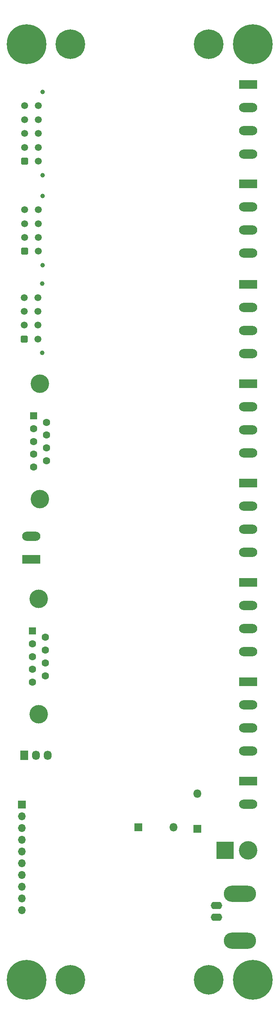
<source format=gbr>
%TF.GenerationSoftware,KiCad,Pcbnew,(6.0.0)*%
%TF.CreationDate,2022-04-21T19:53:10+02:00*%
%TF.ProjectId,KallebolFanoutBoard,4b616c6c-6562-46f6-9c46-616e6f757442,rev?*%
%TF.SameCoordinates,Original*%
%TF.FileFunction,Soldermask,Bot*%
%TF.FilePolarity,Negative*%
%FSLAX46Y46*%
G04 Gerber Fmt 4.6, Leading zero omitted, Abs format (unit mm)*
G04 Created by KiCad (PCBNEW (6.0.0)) date 2022-04-21 19:53:10*
%MOMM*%
%LPD*%
G01*
G04 APERTURE LIST*
G04 Aperture macros list*
%AMRoundRect*
0 Rectangle with rounded corners*
0 $1 Rounding radius*
0 $2 $3 $4 $5 $6 $7 $8 $9 X,Y pos of 4 corners*
0 Add a 4 corners polygon primitive as box body*
4,1,4,$2,$3,$4,$5,$6,$7,$8,$9,$2,$3,0*
0 Add four circle primitives for the rounded corners*
1,1,$1+$1,$2,$3*
1,1,$1+$1,$4,$5*
1,1,$1+$1,$6,$7*
1,1,$1+$1,$8,$9*
0 Add four rect primitives between the rounded corners*
20,1,$1+$1,$2,$3,$4,$5,0*
20,1,$1+$1,$4,$5,$6,$7,0*
20,1,$1+$1,$6,$7,$8,$9,0*
20,1,$1+$1,$8,$9,$2,$3,0*%
G04 Aperture macros list end*
%ADD10R,3.960000X1.980000*%
%ADD11O,3.960000X1.980000*%
%ADD12C,0.800000*%
%ADD13C,6.400000*%
%ADD14C,1.000000*%
%ADD15RoundRect,0.250001X0.499999X-0.499999X0.499999X0.499999X-0.499999X0.499999X-0.499999X-0.499999X0*%
%ADD16C,1.500000*%
%ADD17O,2.500000X1.600000*%
%ADD18O,7.000000X3.500000*%
%ADD19C,4.000000*%
%ADD20R,1.600000X1.600000*%
%ADD21C,1.600000*%
%ADD22R,1.700000X1.700000*%
%ADD23O,1.700000X1.700000*%
%ADD24C,0.900000*%
%ADD25C,8.600000*%
%ADD26R,1.800000X1.800000*%
%ADD27O,1.800000X1.800000*%
%ADD28R,1.730000X2.030000*%
%ADD29O,1.730000X2.030000*%
%ADD30R,3.800000X3.800000*%
G04 APERTURE END LIST*
D10*
%TO.C,J4*%
X89250000Y-142000000D03*
D11*
X89250000Y-137000000D03*
%TD*%
D10*
%TO.C,J15*%
X136250000Y-39240000D03*
D11*
X136250000Y-44240000D03*
X136250000Y-49240000D03*
X136250000Y-54240000D03*
%TD*%
D10*
%TO.C,J16*%
X136250000Y-82490000D03*
D11*
X136250000Y-87490000D03*
X136250000Y-92490000D03*
X136250000Y-97490000D03*
%TD*%
D12*
%TO.C,H6*%
X96052944Y-231302944D03*
X97750000Y-230600000D03*
D13*
X97750000Y-233000000D03*
D12*
X96052944Y-234697056D03*
X97750000Y-235400000D03*
X99447056Y-234697056D03*
X99447056Y-231302944D03*
X95350000Y-233000000D03*
X100150000Y-233000000D03*
%TD*%
D14*
%TO.C,J1*%
X91690000Y-97312647D03*
X91690000Y-82312647D03*
D15*
X87750000Y-94312647D03*
D16*
X87750000Y-91312647D03*
X87750000Y-88312647D03*
X87750000Y-85312647D03*
X90750000Y-94312647D03*
X90750000Y-91312647D03*
X90750000Y-88312647D03*
X90750000Y-85312647D03*
%TD*%
D12*
%TO.C,H7*%
X125350000Y-233000000D03*
X130150000Y-233000000D03*
X127750000Y-235400000D03*
D13*
X127750000Y-233000000D03*
D12*
X127750000Y-230600000D03*
X129447056Y-231302944D03*
X129447056Y-234697056D03*
X126052944Y-234697056D03*
X126052944Y-231302944D03*
%TD*%
%TO.C,H5*%
X129447056Y-28802944D03*
D13*
X127750000Y-30500000D03*
D12*
X129447056Y-32197056D03*
X125350000Y-30500000D03*
X127750000Y-28100000D03*
X130150000Y-30500000D03*
X126052944Y-28802944D03*
X127750000Y-32900000D03*
X126052944Y-32197056D03*
%TD*%
D17*
%TO.C,J7*%
X129450000Y-219500000D03*
X129450000Y-216960000D03*
D18*
X134530000Y-214420000D03*
X134530000Y-224580000D03*
%TD*%
D14*
%TO.C,J2*%
X91775000Y-63312647D03*
X91775000Y-78312647D03*
D15*
X87835000Y-75312647D03*
D16*
X87835000Y-72312647D03*
X87835000Y-69312647D03*
X87835000Y-66312647D03*
X90835000Y-75312647D03*
X90835000Y-72312647D03*
X90835000Y-69312647D03*
X90835000Y-66312647D03*
%TD*%
D19*
%TO.C,J5*%
X90920000Y-150540000D03*
X90920000Y-175540000D03*
D20*
X89500000Y-157500000D03*
D21*
X89500000Y-160270000D03*
X89500000Y-163040000D03*
X89500000Y-165810000D03*
X89500000Y-168580000D03*
X92340000Y-158885000D03*
X92340000Y-161655000D03*
X92340000Y-164425000D03*
X92340000Y-167195000D03*
%TD*%
D10*
%TO.C,J14*%
X136250000Y-168500000D03*
D11*
X136250000Y-173500000D03*
X136250000Y-178500000D03*
X136250000Y-183500000D03*
%TD*%
D10*
%TO.C,J12*%
X136250000Y-190000000D03*
D11*
X136250000Y-195000000D03*
%TD*%
D22*
%TO.C,J10*%
X87250000Y-195075000D03*
D23*
X87250000Y-197615000D03*
X87250000Y-200155000D03*
X87250000Y-202695000D03*
X87250000Y-205235000D03*
X87250000Y-207775000D03*
X87250000Y-210315000D03*
X87250000Y-212855000D03*
X87250000Y-215395000D03*
X87250000Y-217935000D03*
%TD*%
D24*
%TO.C,H1*%
X91475000Y-233000000D03*
X85025000Y-233000000D03*
D25*
X88250000Y-233000000D03*
D24*
X90530419Y-230719581D03*
X88250000Y-236225000D03*
X90530419Y-235280419D03*
X85969581Y-230719581D03*
X88250000Y-229775000D03*
X85969581Y-235280419D03*
%TD*%
%TO.C,H2*%
X134025000Y-233000000D03*
X137250000Y-229775000D03*
X139530419Y-235280419D03*
X139530419Y-230719581D03*
D25*
X137250000Y-233000000D03*
D24*
X134969581Y-230719581D03*
X137250000Y-236225000D03*
X140475000Y-233000000D03*
X134969581Y-235280419D03*
%TD*%
%TO.C,H3*%
X90530419Y-32780419D03*
X85969581Y-32780419D03*
X91475000Y-30500000D03*
X85969581Y-28219581D03*
X90530419Y-28219581D03*
X88250000Y-33725000D03*
X85025000Y-30500000D03*
D25*
X88250000Y-30500000D03*
D24*
X88250000Y-27275000D03*
%TD*%
D10*
%TO.C,J13*%
X136250000Y-104000000D03*
D11*
X136250000Y-109000000D03*
X136250000Y-114000000D03*
X136250000Y-119000000D03*
%TD*%
D19*
%TO.C,J6*%
X91170000Y-128990000D03*
X91170000Y-103990000D03*
D20*
X89750000Y-110950000D03*
D21*
X89750000Y-113720000D03*
X89750000Y-116490000D03*
X89750000Y-119260000D03*
X89750000Y-122030000D03*
X92590000Y-112335000D03*
X92590000Y-115105000D03*
X92590000Y-117875000D03*
X92590000Y-120645000D03*
%TD*%
D26*
%TO.C,D1*%
X112440000Y-200000000D03*
D27*
X120060000Y-200000000D03*
%TD*%
D12*
%TO.C,H8*%
X95350000Y-30500000D03*
X97750000Y-32900000D03*
X99447056Y-32197056D03*
X97750000Y-28100000D03*
D13*
X97750000Y-30500000D03*
D12*
X99447056Y-28802944D03*
X100150000Y-30500000D03*
X96052944Y-32197056D03*
X96052944Y-28802944D03*
%TD*%
D24*
%TO.C,H4*%
X139530419Y-28219581D03*
X140475000Y-30500000D03*
D25*
X137250000Y-30500000D03*
D24*
X137250000Y-33725000D03*
X137250000Y-27275000D03*
X139530419Y-32780419D03*
X134969581Y-32780419D03*
X134025000Y-30500000D03*
X134969581Y-28219581D03*
%TD*%
D26*
%TO.C,D2*%
X125250000Y-200310000D03*
D27*
X125250000Y-192690000D03*
%TD*%
D10*
%TO.C,J17*%
X136250000Y-60740000D03*
D11*
X136250000Y-65740000D03*
X136250000Y-70740000D03*
X136250000Y-75740000D03*
%TD*%
D10*
%TO.C,J11*%
X136250000Y-147000000D03*
D11*
X136250000Y-152000000D03*
X136250000Y-157000000D03*
X136250000Y-162000000D03*
%TD*%
D14*
%TO.C,J3*%
X91775000Y-58812647D03*
X91775000Y-40812647D03*
D15*
X87835000Y-55812647D03*
D16*
X87835000Y-52812647D03*
X87835000Y-49812647D03*
X87835000Y-46812647D03*
X87835000Y-43812647D03*
X90835000Y-55812647D03*
X90835000Y-52812647D03*
X90835000Y-49812647D03*
X90835000Y-46812647D03*
X90835000Y-43812647D03*
%TD*%
D28*
%TO.C,J8*%
X87750000Y-184375000D03*
D29*
X90290000Y-184375000D03*
X92830000Y-184375000D03*
%TD*%
D30*
%TO.C,J9*%
X131250000Y-205000000D03*
D19*
X136250000Y-205000000D03*
%TD*%
D10*
%TO.C,J18*%
X136250000Y-125490000D03*
D11*
X136250000Y-130490000D03*
X136250000Y-135490000D03*
X136250000Y-140490000D03*
%TD*%
M02*

</source>
